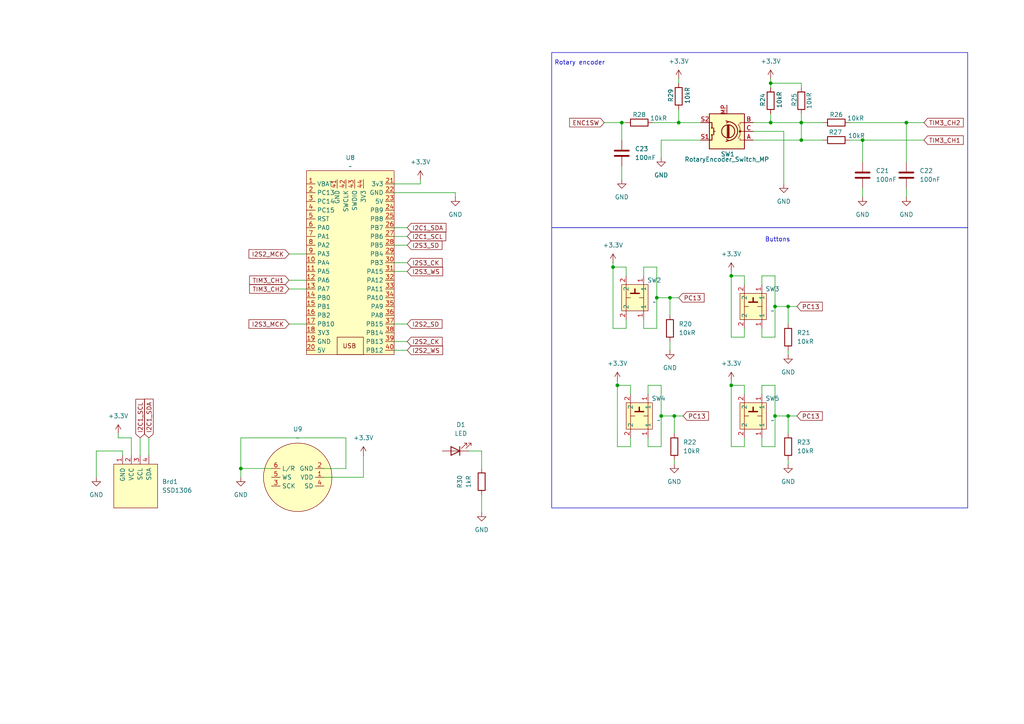
<source format=kicad_sch>
(kicad_sch (version 20231120) (generator "eeschema") (generator_version "8.0")
  (paper "A4")
  (lib_symbols
    (symbol "BlackPillLibrary:SW_PUSH_6mm_H5mm"
      (property "Reference" "SW" (at 0 3.81 0))
      (symbol "SW_PUSH_6mm_H5mm_0_1"
        (polyline (pts (xy -3.81 -3.81) (xy 3.81 -3.81)))
        (polyline (pts (xy -3.81 1.27) (xy 3.81 1.27)))
        (polyline (pts (xy 0 -3.81) (xy 0 -2.54)))
        (polyline (pts (xy 0 1.27) (xy 0 0)))
      )
      (symbol "SW_PUSH_6mm_H5mm_1_1"
        (rectangle (start -3.81 2.54) (end 3.81 -5.08) (fill (type background)))
        (polyline (pts (xy -2.54 -1.27) (xy -1.27 -1.27) (xy -1.27 0) (xy -1.27 -2.54)) (stroke (width 0.381)))
        (pin passive line (at -6.35 1.27 0) (length 2.54) (name "1") (number "1"))
        (pin passive line (at 6.35 1.27 180) (length 2.54) (name "1") (number "1"))
        (pin passive line (at -6.35 -3.81 0) (length 2.54) (name "2") (number "2"))
        (pin passive line (at 6.35 -3.81 180) (length 2.54) (name "2") (number "2"))
      )
    )
    (symbol "Device:C" (pin_numbers hide) (pin_names (offset 0.254))
      (property "Reference" "C" (at 0.635 2.54 0))
      (property "Value" "C" (at 0.635 -2.54 0))
      (symbol "C_0_1"
        (polyline (pts (xy -2.032 -0.762) (xy 2.032 -0.762)) (stroke (width 0.508)))
        (polyline (pts (xy -2.032 0.762) (xy 2.032 0.762)) (stroke (width 0.508)))
      )
      (symbol "C_1_1"
        (pin passive line (at 0 3.81 270) (length 2.794) (name "~") (number "1"))
        (pin passive line (at 0 -3.81 90) (length 2.794) (name "~") (number "2"))
      )
    )
    (symbol "Device:LED" (pin_numbers hide) (pin_names (offset 1.016) hide)
      (property "Reference" "D" (at 0 2.54 0))
      (property "Value" "LED" (at 0 -2.54 0))
      (symbol "LED_0_1"
        (polyline (pts (xy -1.27 -1.27) (xy -1.27 1.27)) (stroke (width 0.254)))
        (polyline (pts (xy -1.27 0) (xy 1.27 0)))
        (polyline (pts (xy 1.27 -1.27) (xy 1.27 1.27) (xy -1.27 0) (xy 1.27 -1.27)) (stroke (width 0.254)))
        (polyline (pts (xy -3.048 -0.762) (xy -4.572 -2.286) (xy -3.81 -2.286) (xy -4.572 -2.286) (xy -4.572 -1.524)))
        (polyline (pts (xy -1.778 -0.762) (xy -3.302 -2.286) (xy -2.54 -2.286) (xy -3.302 -2.286) (xy -3.302 -1.524)))
      )
      (symbol "LED_1_1"
        (pin passive line (at -3.81 0 0) (length 2.54) (name "K") (number "1"))
        (pin passive line (at 3.81 0 180) (length 2.54) (name "A") (number "2"))
      )
    )
    (symbol "Device:R" (pin_numbers hide) (pin_names (offset 0))
      (property "Reference" "R" (at 2.032 0 90))
      (property "Value" "R" (at 0 0 90))
      (symbol "R_0_1"
        (rectangle (start -1.016 -2.54) (end 1.016 2.54) (stroke (width 0.254)))
      )
      (symbol "R_1_1"
        (pin passive line (at 0 3.81 270) (length 1.27) (name "~") (number "1"))
        (pin passive line (at 0 -3.81 90) (length 1.27) (name "~") (number "2"))
      )
    )
    (symbol "Device:RotaryEncoder_Switch_MP" (pin_names (offset 0.254) hide)
      (property "Reference" "SW" (at 0 8.89 0))
      (property "Value" "RotaryEncoder_Switch_MP" (at 0 6.35 0))
      (symbol "RotaryEncoder_Switch_MP_0_1"
        (rectangle (start -5.08 5.08) (end 5.08 -5.08) (stroke (width 0.254)) (fill (type background)))
        (circle (center -3.81 0) (radius 0.254) (fill (type outline)))
        (circle (center -0.381 0) (radius 1.905) (stroke (width 0.254)))
        (arc (start -0.381 2.667) (mid -3.0988 -0.0635) (end -0.381 -2.794) (stroke (width 0.254)))
        (polyline (pts (xy -0.635 -1.778) (xy -0.635 1.778)) (stroke (width 0.254)))
        (polyline (pts (xy -0.381 -1.778) (xy -0.381 1.778)) (stroke (width 0.254)))
        (polyline (pts (xy -0.127 1.778) (xy -0.127 -1.778)) (stroke (width 0.254)))
        (polyline (pts (xy 3.81 0) (xy 3.429 0)) (stroke (width 0.254)))
        (polyline (pts (xy 3.81 1.016) (xy 3.81 -1.016)) (stroke (width 0.254)))
        (polyline (pts (xy -5.08 -2.54) (xy -3.81 -2.54) (xy -3.81 -2.032)))
        (polyline (pts (xy -5.08 2.54) (xy -3.81 2.54) (xy -3.81 2.032)))
        (polyline (pts (xy 0.254 -3.048) (xy -0.508 -2.794) (xy 0.127 -2.413)) (stroke (width 0.254)))
        (polyline (pts (xy 0.254 2.921) (xy -0.508 2.667) (xy 0.127 2.286)) (stroke (width 0.254)))
        (polyline (pts (xy 5.08 -2.54) (xy 4.318 -2.54) (xy 4.318 -1.016)) (stroke (width 0.254)))
        (polyline (pts (xy 5.08 2.54) (xy 4.318 2.54) (xy 4.318 1.016)) (stroke (width 0.254)))
        (polyline (pts (xy -5.08 0) (xy -3.81 0) (xy -3.81 -1.016) (xy -3.302 -2.032)))
        (polyline (pts (xy -4.318 0) (xy -3.81 0) (xy -3.81 1.016) (xy -3.302 2.032)))
        (circle (center 4.318 -1.016) (radius 0.127) (stroke (width 0.254)))
        (circle (center 4.318 1.016) (radius 0.127) (stroke (width 0.254)))
      )
      (symbol "RotaryEncoder_Switch_MP_1_1"
        (pin passive line (at -7.62 2.54 0) (length 2.54) (name "A") (number "A"))
        (pin passive line (at -7.62 -2.54 0) (length 2.54) (name "B") (number "B"))
        (pin passive line (at -7.62 0 0) (length 2.54) (name "C") (number "C"))
        (pin passive line (at 0 -7.62 90) (length 2.54) (name "MP") (number "MP"))
        (pin passive line (at 7.62 2.54 180) (length 2.54) (name "S1") (number "S1"))
        (pin passive line (at 7.62 -2.54 180) (length 2.54) (name "S2") (number "S2"))
      )
    )
    (symbol "power:+3.3V" (power) (pin_numbers hide) (pin_names (offset 0) hide)
      (property "Value" "+3.3V" (at 0 3.556 0))
      (symbol "+3.3V_0_1"
        (polyline (pts (xy -0.762 1.27) (xy 0 2.54)))
        (polyline (pts (xy 0 0) (xy 0 2.54)))
        (polyline (pts (xy 0 2.54) (xy 0.762 1.27)))
      )
      (symbol "+3.3V_1_1"
        (pin power_in line (at 0 0 90) (length 0) (name "~") (number "1"))
      )
    )
    (symbol "power:GND" (power) (pin_numbers hide) (pin_names (offset 0) hide)
      (property "Value" "GND" (at 0 -3.81 0))
      (symbol "GND_0_1"
        (polyline (pts (xy 0 0) (xy 0 -1.27) (xy 1.27 -1.27) (xy 0 -2.54) (xy -1.27 -1.27) (xy 0 -1.27)))
      )
      (symbol "GND_1_1"
        (pin power_in line (at 0 0 270) (length 0) (name "~") (number "1"))
      )
    )
    (symbol "stm32f401_pcm5102_shiled_lib:SSD1306" (pin_names (offset 1.016))
      (property "Reference" "Brd" (at 0 -3.81 0))
      (property "Value" "SSD1306" (at 0 -1.27 0))
      (symbol "SSD1306_0_1"
        (rectangle (start -6.35 6.35) (end 6.35 -6.35) (fill (type background)))
      )
      (symbol "SSD1306_1_1"
        (pin input line (at -3.81 8.89 270) (length 2.54) (name "GND") (number "1"))
        (pin input line (at -1.27 8.89 270) (length 2.54) (name "VCC") (number "2"))
        (pin input line (at 1.27 8.89 270) (length 2.54) (name "SCL") (number "3"))
        (pin input line (at 3.81 8.89 270) (length 2.54) (name "SDA") (number "4"))
      )
    )
    (symbol "stm32f401_pcm5102_shiled_lib:inmp441"
      (property "Reference" "U" (at -0.762 6.096 0))
      (symbol "inmp441_0_1"
        (circle (center 0 0) (radius 9.919) (fill (type background)))
      )
      (symbol "inmp441_1_1"
        (pin input line (at 7.62 0 180) (length 2.54) (name "VDD") (number "1"))
        (pin input line (at 7.62 2.54 180) (length 2.54) (name "GND") (number "2"))
        (pin input line (at -7.62 -2.54 0) (length 2.54) (name "SCK") (number "3"))
        (pin output line (at 7.62 -2.54 180) (length 2.54) (name "SD") (number "4"))
        (pin input line (at -7.62 0 0) (length 2.54) (name "WS") (number "5"))
        (pin input line (at -7.62 2.54 0) (length 2.54) (name "L/R") (number "6"))
      )
    )
    (symbol "stm32f401_pcm5102_shiled_lib:stm32f411_blackpill"
      (property "Reference" "U" (at 15.24 5.08 0))
      (symbol "stm32f411_blackpill_0_1"
        (rectangle (start 1.27 -44.45) (end 8.89 -49.53))
      )
      (symbol "stm32f411_blackpill_1_1"
        (rectangle (start -7.62 3.81) (end 17.78 -49.53) (fill (type background)))
        (text "USB" (at 4.826 -46.99 0) (effects (font (size 1.27 1.27))))
        (pin passive line (at -7.62 0 0) (length 2.54) (name "VBAT") (number "1"))
        (pin passive line (at -7.62 -22.86 0) (length 2.54) (name "PA4") (number "10"))
        (pin passive line (at -7.62 -25.4 0) (length 2.54) (name "PA5") (number "11"))
        (pin passive line (at -7.62 -27.94 0) (length 2.54) (name "PA6") (number "12"))
        (pin passive line (at -7.62 -30.48 0) (length 2.54) (name "PA7") (number "13"))
        (pin passive line (at -7.62 -33.02 0) (length 2.54) (name "PB0") (number "14"))
        (pin passive line (at -7.62 -35.56 0) (length 2.54) (name "PB1") (number "15"))
        (pin passive line (at -7.62 -38.1 0) (length 2.54) (name "PB2") (number "16"))
        (pin passive line (at -7.62 -40.64 0) (length 2.54) (name "PB10") (number "17"))
        (pin passive line (at -7.62 -43.18 0) (length 2.54) (name "3V3") (number "18"))
        (pin passive line (at -7.62 -45.72 0) (length 2.54) (name "GND") (number "19"))
        (pin passive line (at -7.62 -2.54 0) (length 2.54) (name "PC13") (number "2"))
        (pin passive line (at -7.62 -48.26 0) (length 2.54) (name "5V") (number "20"))
        (pin passive line (at 17.78 0 180) (length 2.54) (name "3v3") (number "21"))
        (pin passive line (at 17.78 -2.54 180) (length 2.54) (name "GND") (number "22"))
        (pin passive line (at 17.78 -5.08 180) (length 2.54) (name "5V") (number "23"))
        (pin passive line (at 17.78 -7.62 180) (length 2.54) (name "PB9") (number "24"))
        (pin passive line (at 17.78 -10.16 180) (length 2.54) (name "PB8") (number "25"))
        (pin passive line (at 17.78 -12.7 180) (length 2.54) (name "PB7") (number "26"))
        (pin passive line (at 17.78 -15.24 180) (length 2.54) (name "PB6") (number "27"))
        (pin passive line (at 17.78 -17.78 180) (length 2.54) (name "PB5") (number "28"))
        (pin passive line (at 17.78 -20.32 180) (length 2.54) (name "PB4") (number "29"))
        (pin passive line (at -7.62 -5.08 0) (length 2.54) (name "PC14") (number "3"))
        (pin passive line (at 17.78 -22.86 180) (length 2.54) (name "PB3") (number "30"))
        (pin passive line (at 17.78 -25.4 180) (length 2.54) (name "PA15") (number "31"))
        (pin passive line (at 17.78 -27.94 180) (length 2.54) (name "PA12") (number "32"))
        (pin passive line (at 17.78 -30.48 180) (length 2.54) (name "PA11") (number "33"))
        (pin passive line (at 17.78 -33.02 180) (length 2.54) (name "PA10") (number "34"))
        (pin passive line (at 17.78 -35.56 180) (length 2.54) (name "PA9") (number "35"))
        (pin passive line (at 17.78 -38.1 180) (length 2.54) (name "PA8") (number "36"))
        (pin passive line (at 17.78 -40.64 180) (length 2.54) (name "PB15") (number "37"))
        (pin passive line (at 17.78 -43.18 180) (length 2.54) (name "PB14") (number "38"))
        (pin passive line (at 17.78 -45.72 180) (length 2.54) (name "PB13") (number "39"))
        (pin passive line (at -7.62 -7.62 0) (length 2.54) (name "PC15") (number "4"))
        (pin passive line (at 17.78 -48.26 180) (length 2.54) (name "PB12") (number "40"))
        (pin passive line (at 1.27 1.27 270) (length 2.54) (name "GND") (number "41"))
        (pin passive line (at 3.81 1.27 270) (length 2.54) (name "SWCLK") (number "42"))
        (pin passive line (at 6.35 1.27 270) (length 2.54) (name "SWDIO") (number "43"))
        (pin passive line (at 8.89 1.27 270) (length 2.54) (name "3V3") (number "44"))
        (pin passive line (at -7.62 -10.16 0) (length 2.54) (name "RST") (number "5"))
        (pin passive line (at -7.62 -12.7 0) (length 2.54) (name "PA0") (number "6"))
        (pin passive line (at -7.62 -15.24 0) (length 2.54) (name "PA1") (number "7"))
        (pin passive line (at -7.62 -17.78 0) (length 2.54) (name "PA2") (number "8"))
        (pin passive line (at -7.62 -20.32 0) (length 2.54) (name "PA3") (number "9"))
      )
    )
  )
  (junction (at 228.6 88.9))
  (junction (at 194.31 86.36))
  (junction (at 195.58 120.65))
  (junction (at 224.79 88.9))
  (junction (at 177.8 77.47))
  (junction (at 223.52 24.13))
  (junction (at 224.79 120.65))
  (junction (at 223.52 35.56))
  (junction (at 190.5 86.36))
  (junction (at 191.77 120.65))
  (junction (at 232.41 35.56))
  (junction (at 212.09 80.01))
  (junction (at 69.85 135.89))
  (junction (at 228.6 120.65))
  (junction (at 262.89 35.56))
  (junction (at 196.85 35.56))
  (junction (at 180.34 35.56))
  (junction (at 232.41 40.64))
  (junction (at 250.19 40.64))
  (junction (at 179.07 111.76))
  (junction (at 212.09 111.76))
  (wire (pts (xy 34.29 125.73) (xy 34.29 127)))
  (wire (pts (xy 262.89 54.61) (xy 262.89 57.15)))
  (wire (pts (xy 191.77 120.65) (xy 195.58 120.65)))
  (wire (pts (xy 218.44 35.56) (xy 223.52 35.56)))
  (wire (pts (xy 220.98 97.79) (xy 220.98 95.25)))
  (wire (pts (xy 187.96 129.54) (xy 187.96 127)))
  (wire (pts (xy 105.41 138.43) (xy 105.41 132.08)))
  (wire (pts (xy 100.33 135.89) (xy 100.33 127)))
  (wire (pts (xy 114.3 99.06) (xy 118.11 99.06)))
  (wire (pts (xy 83.82 93.98) (xy 88.9 93.98)))
  (wire (pts (xy 179.07 111.76) (xy 179.07 129.54)))
  (wire (pts (xy 177.8 76.2) (xy 177.8 77.47)))
  (wire (pts (xy 177.8 95.25) (xy 181.61 95.25)))
  (wire (pts (xy 190.5 95.25) (xy 186.69 95.25)))
  (wire (pts (xy 212.09 80.01) (xy 212.09 97.79)))
  (wire (pts (xy 132.08 55.88) (xy 132.08 57.15)))
  (wire (pts (xy 246.38 35.56) (xy 262.89 35.56)))
  (wire (pts (xy 182.88 127) (xy 182.88 129.54)))
  (wire (pts (xy 218.44 38.1) (xy 227.33 38.1)))
  (wire (pts (xy 139.7 130.81) (xy 139.7 135.89)))
  (wire (pts (xy 182.88 111.76) (xy 179.07 111.76)))
  (wire (pts (xy 224.79 88.9) (xy 228.6 88.9)))
  (wire (pts (xy 228.6 101.6) (xy 228.6 102.87)))
  (wire (pts (xy 38.1 127) (xy 38.1 132.08)))
  (wire (pts (xy 35.56 130.81) (xy 27.94 130.81)))
  (wire (pts (xy 212.09 97.79) (xy 215.9 97.79)))
  (wire (pts (xy 212.09 111.76) (xy 212.09 129.54)))
  (wire (pts (xy 194.31 86.36) (xy 196.85 86.36)))
  (wire (pts (xy 181.61 35.56) (xy 180.34 35.56)))
  (wire (pts (xy 179.07 110.49) (xy 179.07 111.76)))
  (wire (pts (xy 40.64 127) (xy 40.64 132.08)))
  (wire (pts (xy 232.41 24.13) (xy 223.52 24.13)))
  (wire (pts (xy 190.5 86.36) (xy 194.31 86.36)))
  (wire (pts (xy 177.8 77.47) (xy 177.8 95.25)))
  (wire (pts (xy 135.89 130.81) (xy 139.7 130.81)))
  (wire (pts (xy 181.61 92.71) (xy 181.61 95.25)))
  (wire (pts (xy 186.69 80.01) (xy 186.69 77.47)))
  (wire (pts (xy 228.6 88.9) (xy 231.14 88.9)))
  (wire (pts (xy 250.19 40.64) (xy 250.19 46.99)))
  (wire (pts (xy 227.33 38.1) (xy 227.33 53.34)))
  (wire (pts (xy 228.6 120.65) (xy 228.6 125.73)))
  (wire (pts (xy 215.9 114.3) (xy 215.9 111.76)))
  (wire (pts (xy 191.77 111.76) (xy 191.77 120.65)))
  (wire (pts (xy 27.94 130.81) (xy 27.94 138.43)))
  (wire (pts (xy 35.56 132.08) (xy 35.56 130.81)))
  (wire (pts (xy 121.92 53.34) (xy 121.92 52.07)))
  (wire (pts (xy 196.85 22.86) (xy 196.85 24.13)))
  (wire (pts (xy 250.19 54.61) (xy 250.19 57.15)))
  (wire (pts (xy 224.79 120.65) (xy 228.6 120.65)))
  (wire (pts (xy 232.41 35.56) (xy 232.41 33.02)))
  (wire (pts (xy 194.31 99.06) (xy 194.31 101.6)))
  (wire (pts (xy 262.89 35.56) (xy 262.89 46.99)))
  (wire (pts (xy 114.3 93.98) (xy 118.11 93.98)))
  (wire (pts (xy 232.41 40.64) (xy 232.41 35.56)))
  (wire (pts (xy 190.5 86.36) (xy 190.5 95.25)))
  (wire (pts (xy 224.79 111.76) (xy 224.79 120.65)))
  (wire (pts (xy 187.96 114.3) (xy 187.96 111.76)))
  (wire (pts (xy 181.61 80.01) (xy 181.61 77.47)))
  (wire (pts (xy 139.7 143.51) (xy 139.7 148.59)))
  (wire (pts (xy 220.98 129.54) (xy 220.98 127)))
  (wire (pts (xy 220.98 82.55) (xy 220.98 80.01)))
  (wire (pts (xy 220.98 114.3) (xy 220.98 111.76)))
  (wire (pts (xy 100.33 127) (xy 69.85 127)))
  (wire (pts (xy 69.85 135.89) (xy 78.74 135.89)))
  (wire (pts (xy 93.98 135.89) (xy 100.33 135.89)))
  (wire (pts (xy 232.41 40.64) (xy 238.76 40.64)))
  (wire (pts (xy 223.52 22.86) (xy 223.52 24.13)))
  (wire (pts (xy 83.82 73.66) (xy 88.9 73.66)))
  (wire (pts (xy 250.19 40.64) (xy 267.97 40.64)))
  (wire (pts (xy 203.2 40.64) (xy 191.77 40.64)))
  (wire (pts (xy 189.23 35.56) (xy 196.85 35.56)))
  (wire (pts (xy 212.09 78.74) (xy 212.09 80.01)))
  (wire (pts (xy 179.07 129.54) (xy 182.88 129.54)))
  (wire (pts (xy 114.3 71.12) (xy 118.11 71.12)))
  (wire (pts (xy 220.98 80.01) (xy 224.79 80.01)))
  (wire (pts (xy 114.3 68.58) (xy 118.11 68.58)))
  (wire (pts (xy 114.3 55.88) (xy 132.08 55.88)))
  (wire (pts (xy 114.3 53.34) (xy 121.92 53.34)))
  (wire (pts (xy 114.3 78.74) (xy 118.11 78.74)))
  (wire (pts (xy 215.9 127) (xy 215.9 129.54)))
  (wire (pts (xy 232.41 25.4) (xy 232.41 24.13)))
  (wire (pts (xy 190.5 77.47) (xy 190.5 86.36)))
  (wire (pts (xy 191.77 120.65) (xy 191.77 129.54)))
  (wire (pts (xy 215.9 111.76) (xy 212.09 111.76)))
  (wire (pts (xy 114.3 66.04) (xy 118.11 66.04)))
  (wire (pts (xy 215.9 82.55) (xy 215.9 80.01)))
  (wire (pts (xy 224.79 88.9) (xy 224.79 97.79)))
  (wire (pts (xy 83.82 83.82) (xy 88.9 83.82)))
  (wire (pts (xy 220.98 111.76) (xy 224.79 111.76)))
  (wire (pts (xy 195.58 120.65) (xy 198.12 120.65)))
  (wire (pts (xy 228.6 88.9) (xy 228.6 93.98)))
  (wire (pts (xy 196.85 31.75) (xy 196.85 35.56)))
  (wire (pts (xy 195.58 120.65) (xy 195.58 125.73)))
  (wire (pts (xy 175.26 35.56) (xy 180.34 35.56)))
  (wire (pts (xy 69.85 135.89) (xy 69.85 138.43)))
  (wire (pts (xy 224.79 129.54) (xy 220.98 129.54)))
  (wire (pts (xy 195.58 133.35) (xy 195.58 134.62)))
  (wire (pts (xy 232.41 35.56) (xy 238.76 35.56)))
  (wire (pts (xy 228.6 120.65) (xy 231.14 120.65)))
  (wire (pts (xy 212.09 129.54) (xy 215.9 129.54)))
  (wire (pts (xy 218.44 40.64) (xy 232.41 40.64)))
  (wire (pts (xy 223.52 24.13) (xy 223.52 25.4)))
  (wire (pts (xy 114.3 76.2) (xy 118.11 76.2)))
  (wire (pts (xy 34.29 127) (xy 38.1 127)))
  (wire (pts (xy 224.79 120.65) (xy 224.79 129.54)))
  (wire (pts (xy 186.69 95.25) (xy 186.69 92.71)))
  (wire (pts (xy 246.38 40.64) (xy 250.19 40.64)))
  (wire (pts (xy 194.31 86.36) (xy 194.31 91.44)))
  (wire (pts (xy 262.89 35.56) (xy 267.97 35.56)))
  (wire (pts (xy 212.09 110.49) (xy 212.09 111.76)))
  (wire (pts (xy 215.9 80.01) (xy 212.09 80.01)))
  (wire (pts (xy 191.77 40.64) (xy 191.77 45.72)))
  (wire (pts (xy 43.18 127) (xy 43.18 132.08)))
  (wire (pts (xy 83.82 81.28) (xy 88.9 81.28)))
  (wire (pts (xy 228.6 133.35) (xy 228.6 134.62)))
  (wire (pts (xy 181.61 77.47) (xy 177.8 77.47)))
  (wire (pts (xy 215.9 95.25) (xy 215.9 97.79)))
  (wire (pts (xy 114.3 101.6) (xy 118.11 101.6)))
  (wire (pts (xy 191.77 129.54) (xy 187.96 129.54)))
  (wire (pts (xy 196.85 35.56) (xy 203.2 35.56)))
  (wire (pts (xy 223.52 35.56) (xy 223.52 33.02)))
  (wire (pts (xy 186.69 77.47) (xy 190.5 77.47)))
  (wire (pts (xy 223.52 35.56) (xy 232.41 35.56)))
  (wire (pts (xy 93.98 138.43) (xy 105.41 138.43)))
  (wire (pts (xy 224.79 97.79) (xy 220.98 97.79)))
  (wire (pts (xy 69.85 127) (xy 69.85 135.89)))
  (wire (pts (xy 187.96 111.76) (xy 191.77 111.76)))
  (wire (pts (xy 180.34 48.26) (xy 180.34 52.07)))
  (wire (pts (xy 182.88 114.3) (xy 182.88 111.76)))
  (wire (pts (xy 224.79 80.01) (xy 224.79 88.9)))
  (wire (pts (xy 180.34 35.56) (xy 180.34 40.64)))
  (rectangle (start 160.02 15.24) (end 280.67 66.04))
  (rectangle (start 160.02 66.04) (end 280.67 147.32))
  (text "Rotary encoder" (at 168.148 18.288 0) (effects (font (size 1.27 1.27))))
  (text "Buttons" (at 225.552 69.596 0) (effects (font (size 1.27 1.27))))
  (global_label "I2S2_MCK" (shape input) (at 83.82 73.66 180) (property "Intersheetrefs" "${INTERSHEET_REFS}" (effects (hide yes))))
  (global_label "PC13" (shape input) (at 198.12 120.65 0) (property "Intersheetrefs" "${INTERSHEET_REFS}" (effects (hide yes))))
  (global_label "I2S3_SD" (shape input) (at 118.11 71.12 0) (property "Intersheetrefs" "${INTERSHEET_REFS}" (effects (hide yes))))
  (global_label "I2S3_WS" (shape input) (at 118.11 78.74 0) (property "Intersheetrefs" "${INTERSHEET_REFS}" (effects (hide yes))))
  (global_label "I2C1_SDA" (shape input) (at 43.18 127 90) (property "Intersheetrefs" "${INTERSHEET_REFS}" (effects (hide yes))))
  (global_label "TIM3_CH1" (shape input) (at 267.97 40.64 0) (property "Intersheetrefs" "${INTERSHEET_REFS}" (effects (hide yes))))
  (global_label "TIM3_CH2" (shape input) (at 83.82 83.82 180) (property "Intersheetrefs" "${INTERSHEET_REFS}" (effects (hide yes))))
  (global_label "TIM3_CH2" (shape input) (at 267.97 35.56 0) (property "Intersheetrefs" "${INTERSHEET_REFS}" (effects (hide yes))))
  (global_label "I2C1_SCL" (shape input) (at 40.64 127 90) (property "Intersheetrefs" "${INTERSHEET_REFS}" (effects (hide yes))))
  (global_label "I2S3_MCK" (shape input) (at 83.82 93.98 180) (property "Intersheetrefs" "${INTERSHEET_REFS}" (effects (hide yes))))
  (global_label "ENC1SW" (shape input) (at 175.26 35.56 180) (property "Intersheetrefs" "${INTERSHEET_REFS}" (effects (hide yes))))
  (global_label "PC13" (shape input) (at 196.85 86.36 0) (property "Intersheetrefs" "${INTERSHEET_REFS}" (effects (hide yes))))
  (global_label "I2S3_CK" (shape input) (at 118.11 76.2 0) (property "Intersheetrefs" "${INTERSHEET_REFS}" (effects (hide yes))))
  (global_label "PC13" (shape input) (at 231.14 88.9 0) (property "Intersheetrefs" "${INTERSHEET_REFS}" (effects (hide yes))))
  (global_label "I2S2_CK" (shape input) (at 118.11 99.06 0) (property "Intersheetrefs" "${INTERSHEET_REFS}" (effects (hide yes))))
  (global_label "I2S2_WS" (shape input) (at 118.11 101.6 0) (property "Intersheetrefs" "${INTERSHEET_REFS}" (effects (hide yes))))
  (global_label "PC13" (shape input) (at 231.14 120.65 0) (property "Intersheetrefs" "${INTERSHEET_REFS}" (effects (hide yes))))
  (global_label "I2S2_SD" (shape input) (at 118.11 93.98 0) (property "Intersheetrefs" "${INTERSHEET_REFS}" (effects (hide yes))))
  (global_label "TIM3_CH1" (shape input) (at 83.82 81.28 180) (property "Intersheetrefs" "${INTERSHEET_REFS}" (effects (hide yes))))
  (global_label "I2C1_SCL" (shape input) (at 118.11 68.58 0) (property "Intersheetrefs" "${INTERSHEET_REFS}" (effects (hide yes))))
  (global_label "I2C1_SDA" (shape input) (at 118.11 66.04 0) (property "Intersheetrefs" "${INTERSHEET_REFS}" (effects (hide yes))))
  (symbol (lib_id "power:+3.3V") (at 196.85 22.86 0) (unit 1)
    (property "Reference" "#PWR055" (effects (hide yes)))
    (property "Value" "+3.3V" (at 196.85 17.78 0))
    (property "Description" "Power symbol creates a global label with name \"+3.3V\"" (effects (hide yes)))
  )
  (symbol (lib_id "power:GND") (at 132.08 57.15 0) (unit 1)
    (property "Reference" "#PWR062" (effects (hide yes)))
    (property "Value" "GND" (at 132.08 62.23 0))
    (property "Description" "Power symbol creates a global label with name \"GND\" , ground" (effects (hide yes)))
  )
  (symbol (lib_id "power:GND") (at 194.31 101.6 0) (unit 1)
    (property "Reference" "#PWR042" (effects (hide yes)))
    (property "Value" "GND" (at 194.31 106.68 0))
    (property "Description" "Power symbol creates a global label with name \"GND\" , ground" (effects (hide yes)))
  )
  (symbol (lib_id "Device:R") (at 139.7 139.7 0) (unit 1)
    (property "Reference" "R30" (at 133.35 139.7 90))
    (property "Value" "1kR" (at 135.89 139.7 90))
    (property "Footprint" "Resistor_SMD:R_0805_2012Metric" (effects (hide yes)))
    (property "LCSC link" "https://www.lcsc.com/product-detail/Chip-Resistor-Surface-Mount_UNI-ROYAL-Uniroyal-Elec-0805W8F100JT5E_C17415.html" (effects (hide yes)))
    (property "Manufacturer" "UNI-ROYAL(Uniroyal Elec)" (effects (hide yes)))
    (property "Manufacturer Part Number" "0805W8F100JT5E" (effects (hide yes)))
  )
  (symbol (lib_id "power:+3.3V") (at 212.09 78.74 0) (unit 1)
    (property "Reference" "#PWR043" (effects (hide yes)))
    (property "Value" "+3.3V" (at 212.09 73.66 0))
    (property "Description" "Power symbol creates a global label with name \"+3.3V\"" (effects (hide yes)))
  )
  (symbol (lib_id "Device:R") (at 194.31 95.25 0) (unit 1)
    (property "Reference" "R20" (at 196.85 93.9799 0) (effects (justify left)))
    (property "Value" "10kR" (at 196.85 96.5199 0) (effects (justify left)))
    (property "Footprint" "Resistor_SMD:R_0402_1005Metric" (effects (hide yes)))
    (property "Description" "Resistor" (effects (hide yes)))
    (property "DigiKey Part Number" "1276-3431-6-ND" (effects (hide yes)))
    (property "Manufacturer" "UNI-ROYAL(Uniroyal Elec)" (effects (hide yes)))
    (property "Manufacturer Product Number" "0402WGF1002TCE" (effects (hide yes)))
  )
  (symbol (lib_name "BlackPillLibrary:SW_PUSH_6mm_H5mm") (lib_id "BlackPillLibrary:SW_PUSH_6mm_H5mm") (at 186.69 120.65 270) (unit 1)
    (property "Reference" "SW4" (at 188.976 115.57 90) (effects (justify left)))
    (property "Value" "~" (at 190.5 121.92 90) (effects (justify left)))
    (property "Footprint" "Button_Switch_THT:SW_PUSH_6mm" (effects (hide yes)))
  )
  (symbol (lib_name "BlackPillLibrary:SW_PUSH_6mm_H5mm") (lib_id "BlackPillLibrary:SW_PUSH_6mm_H5mm") (at 219.71 88.9 270) (unit 1)
    (property "Reference" "SW3" (at 221.996 83.82 90) (effects (justify left)))
    (property "Value" "~" (at 223.52 90.17 90) (effects (justify left)))
    (property "Footprint" "Button_Switch_THT:SW_PUSH_6mm" (effects (hide yes)))
  )
  (symbol (lib_id "power:GND") (at 139.7 148.59 0) (unit 1)
    (property "Reference" "#PWR060" (effects (hide yes)))
    (property "Value" "GND" (at 139.7 153.67 0))
    (property "Description" "Power symbol creates a global label with name \"GND\" , ground" (effects (hide yes)))
  )
  (symbol (lib_id "stm32f401_pcm5102_shiled_lib:stm32f411_blackpill") (at 96.52 53.34 0) (unit 1)
    (property "Reference" "U8" (at 101.6 45.72 0))
    (property "Value" "~" (at 101.6 48.26 0))
    (property "Footprint" "stm32f401_pcm5102_shiled_lib:stm32f411_blackpill" (effects (hide yes)))
  )
  (symbol (lib_id "power:GND") (at 250.19 57.15 0) (unit 1)
    (property "Reference" "#PWR051" (effects (hide yes)))
    (property "Value" "GND" (at 250.19 62.23 0))
    (property "Description" "Power symbol creates a global label with name \"GND\" , ground" (effects (hide yes)))
  )
  (symbol (lib_id "Device:R") (at 242.57 40.64 90) (unit 1)
    (property "Reference" "R27" (at 242.316 38.354 90))
    (property "Value" "10kR" (at 248.412 39.37 90))
    (property "Footprint" "Resistor_SMD:R_0805_2012Metric" (effects (hide yes)))
    (property "LCSC link" "https://www.lcsc.com/product-detail/Chip-Resistor-Surface-Mount_UNI-ROYAL-Uniroyal-Elec-0805W8F100JT5E_C17415.html" (effects (hide yes)))
    (property "Manufacturer" "UNI-ROYAL(Uniroyal Elec)" (effects (hide yes)))
    (property "Manufacturer Part Number" "0805W8F100JT5E" (effects (hide yes)))
  )
  (symbol (lib_id "Device:RotaryEncoder_Switch_MP") (at 210.82 38.1 180) (unit 1)
    (property "Reference" "SW1" (at 211.074 44.704 0))
    (property "Value" "RotaryEncoder_Switch_MP" (at 210.82 46.228 0))
    (property "Footprint" "Rotary_Encoder:RotaryEncoder_Alps_EC12E-Switch_Vertical_H20mm" (effects (hide yes)))
    (property "Description" "Rotary encoder, dual channel, incremental quadrate outputs, with switch and MP Pin" (effects (hide yes)))
  )
  (symbol (lib_id "Device:C") (at 180.34 44.45 0) (unit 1)
    (property "Reference" "C23" (at 184.15 43.18 0) (effects (justify left)))
    (property "Value" "100nF" (at 184.15 45.72 0) (effects (justify left)))
    (property "Footprint" "Capacitor_SMD:C_0805_2012Metric" (effects (hide yes)))
    (property "LCSC link" "https://www.lcsc.com/product-detail/Multilayer-Ceramic-Capacitors-MLCC-SMD-SMT_Samwha-Capacitor-CS2012X5R226M160NRE_C2918507.html" (effects (hide yes)))
    (property "Manufacturer" "Samwha Capacitor" (effects (hide yes)))
    (property "Manufacturer Part Number" "CS2012X5R226M160NRE" (effects (hide yes)))
  )
  (symbol (lib_id "power:+3.3V") (at 34.29 125.73 0) (unit 1)
    (property "Reference" "#PWR056" (effects (hide yes)))
    (property "Value" "+3.3V" (at 34.29 120.65 0))
    (property "Description" "Power symbol creates a global label with name \"+3.3V\"" (effects (hide yes)))
  )
  (symbol (lib_id "Device:R") (at 195.58 129.54 0) (unit 1)
    (property "Reference" "R22" (at 198.12 128.2699 0) (effects (justify left)))
    (property "Value" "10kR" (at 198.12 130.8099 0) (effects (justify left)))
    (property "Footprint" "Resistor_SMD:R_0402_1005Metric" (effects (hide yes)))
    (property "Description" "Resistor" (effects (hide yes)))
    (property "DigiKey Part Number" "1276-3431-6-ND" (effects (hide yes)))
    (property "Manufacturer" "UNI-ROYAL(Uniroyal Elec)" (effects (hide yes)))
    (property "Manufacturer Product Number" "0402WGF1002TCE" (effects (hide yes)))
  )
  (symbol (lib_id "power:GND") (at 69.85 138.43 0) (unit 1)
    (property "Reference" "#PWR059" (effects (hide yes)))
    (property "Value" "GND" (at 69.85 143.51 0))
    (property "Description" "Power symbol creates a global label with name \"GND\" , ground" (effects (hide yes)))
  )
  (symbol (lib_id "Device:R") (at 232.41 29.21 0) (unit 1)
    (property "Reference" "R25" (at 230.378 28.956 90))
    (property "Value" "10kR" (at 234.696 29.21 90))
    (property "Footprint" "Resistor_SMD:R_0805_2012Metric" (effects (hide yes)))
    (property "LCSC link" "https://www.lcsc.com/product-detail/Chip-Resistor-Surface-Mount_UNI-ROYAL-Uniroyal-Elec-0805W8F100JT5E_C17415.html" (effects (hide yes)))
    (property "Manufacturer" "UNI-ROYAL(Uniroyal Elec)" (effects (hide yes)))
    (property "Manufacturer Part Number" "0805W8F100JT5E" (effects (hide yes)))
  )
  (symbol (lib_id "power:+3.3V") (at 212.09 110.49 0) (unit 1)
    (property "Reference" "#PWR047" (effects (hide yes)))
    (property "Value" "+3.3V" (at 212.09 105.41 0))
    (property "Description" "Power symbol creates a global label with name \"+3.3V\"" (effects (hide yes)))
  )
  (symbol (lib_id "Device:R") (at 196.85 27.94 0) (unit 1)
    (property "Reference" "R29" (at 194.564 27.686 90))
    (property "Value" "10kR" (at 199.39 27.686 90))
    (property "Footprint" "Resistor_SMD:R_0805_2012Metric" (effects (hide yes)))
    (property "LCSC link" "https://www.lcsc.com/product-detail/Chip-Resistor-Surface-Mount_UNI-ROYAL-Uniroyal-Elec-0805W8F100JT5E_C17415.html" (effects (hide yes)))
    (property "Manufacturer" "UNI-ROYAL(Uniroyal Elec)" (effects (hide yes)))
    (property "Manufacturer Part Number" "0805W8F100JT5E" (effects (hide yes)))
  )
  (symbol (lib_id "Device:C") (at 250.19 50.8 0) (unit 1)
    (property "Reference" "C21" (at 254 49.53 0) (effects (justify left)))
    (property "Value" "100nF" (at 254 52.07 0) (effects (justify left)))
    (property "Footprint" "Capacitor_SMD:C_0805_2012Metric" (effects (hide yes)))
    (property "LCSC link" "https://www.lcsc.com/product-detail/Multilayer-Ceramic-Capacitors-MLCC-SMD-SMT_Samwha-Capacitor-CS2012X5R226M160NRE_C2918507.html" (effects (hide yes)))
    (property "Manufacturer" "Samwha Capacitor" (effects (hide yes)))
    (property "Manufacturer Part Number" "CS2012X5R226M160NRE" (effects (hide yes)))
  )
  (symbol (lib_id "power:GND") (at 228.6 102.87 0) (unit 1)
    (property "Reference" "#PWR044" (effects (hide yes)))
    (property "Value" "GND" (at 228.6 107.95 0))
    (property "Description" "Power symbol creates a global label with name \"GND\" , ground" (effects (hide yes)))
  )
  (symbol (lib_id "power:GND") (at 195.58 134.62 0) (unit 1)
    (property "Reference" "#PWR046" (effects (hide yes)))
    (property "Value" "GND" (at 195.58 139.7 0))
    (property "Description" "Power symbol creates a global label with name \"GND\" , ground" (effects (hide yes)))
  )
  (symbol (lib_id "power:+3.3V") (at 179.07 110.49 0) (unit 1)
    (property "Reference" "#PWR045" (effects (hide yes)))
    (property "Value" "+3.3V" (at 179.07 105.41 0))
    (property "Description" "Power symbol creates a global label with name \"+3.3V\"" (effects (hide yes)))
  )
  (symbol (lib_id "Device:R") (at 185.42 35.56 270) (unit 1)
    (property "Reference" "R28" (at 185.42 33.274 90))
    (property "Value" "10kR" (at 191.008 34.29 90))
    (property "Footprint" "Resistor_SMD:R_0805_2012Metric" (effects (hide yes)))
    (property "LCSC link" "https://www.lcsc.com/product-detail/Chip-Resistor-Surface-Mount_UNI-ROYAL-Uniroyal-Elec-0805W8F100JT5E_C17415.html" (effects (hide yes)))
    (property "Manufacturer" "UNI-ROYAL(Uniroyal Elec)" (effects (hide yes)))
    (property "Manufacturer Part Number" "0805W8F100JT5E" (effects (hide yes)))
  )
  (symbol (lib_id "power:+3.3V") (at 121.92 52.07 0) (unit 1)
    (property "Reference" "#PWR061" (effects (hide yes)))
    (property "Value" "+3.3V" (at 121.92 46.99 0))
    (property "Description" "Power symbol creates a global label with name \"+3.3V\"" (effects (hide yes)))
  )
  (symbol (lib_id "power:GND") (at 191.77 45.72 0) (unit 1)
    (property "Reference" "#PWR053" (effects (hide yes)))
    (property "Value" "GND" (at 191.77 50.8 0))
    (property "Description" "Power symbol creates a global label with name \"GND\" , ground" (effects (hide yes)))
  )
  (symbol (lib_id "power:GND") (at 262.89 57.15 0) (unit 1)
    (property "Reference" "#PWR052" (effects (hide yes)))
    (property "Value" "GND" (at 262.89 62.23 0))
    (property "Description" "Power symbol creates a global label with name \"GND\" , ground" (effects (hide yes)))
  )
  (symbol (lib_id "power:GND") (at 180.34 52.07 0) (unit 1)
    (property "Reference" "#PWR054" (effects (hide yes)))
    (property "Value" "GND" (at 180.34 57.15 0))
    (property "Description" "Power symbol creates a global label with name \"GND\" , ground" (effects (hide yes)))
  )
  (symbol (lib_name "BlackPillLibrary:SW_PUSH_6mm_H5mm") (lib_id "BlackPillLibrary:SW_PUSH_6mm_H5mm") (at 185.42 86.36 270) (unit 1)
    (property "Reference" "SW2" (at 187.706 81.28 90) (effects (justify left)))
    (property "Value" "~" (at 189.23 87.63 90) (effects (justify left)))
    (property "Footprint" "Button_Switch_THT:SW_PUSH_6mm" (effects (hide yes)))
  )
  (symbol (lib_id "power:+3.3V") (at 223.52 22.86 0) (unit 1)
    (property "Reference" "#PWR050" (effects (hide yes)))
    (property "Value" "+3.3V" (at 223.52 17.78 0))
    (property "Description" "Power symbol creates a global label with name \"+3.3V\"" (effects (hide yes)))
  )
  (symbol (lib_id "power:GND") (at 227.33 53.34 0) (unit 1)
    (property "Reference" "#PWR049" (effects (hide yes)))
    (property "Value" "GND" (at 227.33 58.42 0))
    (property "Description" "Power symbol creates a global label with name \"GND\" , ground" (effects (hide yes)))
  )
  (symbol (lib_id "stm32f401_pcm5102_shiled_lib:SSD1306") (at 39.37 140.97 0) (unit 1)
    (property "Reference" "Brd1" (at 46.99 139.6999 0) (effects (justify left)))
    (property "Value" "SSD1306" (at 46.99 142.2399 0) (effects (justify left)))
    (property "Footprint" "stm32f401_pcm5102_shiled_lib:128x64OLED" (effects (hide yes)))
  )
  (symbol (lib_id "Device:LED") (at 132.08 130.81 180) (unit 1)
    (property "Reference" "D1" (at 133.6675 123.19 0))
    (property "Value" "LED" (at 133.6675 125.73 0))
    (property "Footprint" "LED_THT:LED_D3.0mm" (effects (hide yes)))
    (property "Description" "Light emitting diode" (effects (hide yes)))
  )
  (symbol (lib_id "Device:R") (at 228.6 129.54 0) (unit 1)
    (property "Reference" "R23" (at 231.14 128.2699 0) (effects (justify left)))
    (property "Value" "10kR" (at 231.14 130.8099 0) (effects (justify left)))
    (property "Footprint" "Resistor_SMD:R_0402_1005Metric" (effects (hide yes)))
    (property "Description" "Resistor" (effects (hide yes)))
    (property "DigiKey Part Number" "1276-3431-6-ND" (effects (hide yes)))
    (property "Manufacturer" "UNI-ROYAL(Uniroyal Elec)" (effects (hide yes)))
    (property "Manufacturer Product Number" "0402WGF1002TCE" (effects (hide yes)))
  )
  (symbol (lib_id "power:+3.3V") (at 105.41 132.08 0) (unit 1)
    (property "Reference" "#PWR058" (effects (hide yes)))
    (property "Value" "+3.3V" (at 105.41 127 0))
    (property "Description" "Power symbol creates a global label with name \"+3.3V\"" (effects (hide yes)))
  )
  (symbol (lib_id "power:GND") (at 228.6 134.62 0) (unit 1)
    (property "Reference" "#PWR048" (effects (hide yes)))
    (property "Value" "GND" (at 228.6 139.7 0))
    (property "Description" "Power symbol creates a global label with name \"GND\" , ground" (effects (hide yes)))
  )
  (symbol (lib_id "stm32f401_pcm5102_shiled_lib:inmp441") (at 86.36 138.43 0) (unit 1)
    (property "Reference" "U9" (at 86.36 124.46 0))
    (property "Value" "~" (at 86.36 127 0))
    (property "Footprint" "stm32f401_pcm5102_shiled_lib:inmp441" (effects (hide yes)))
  )
  (symbol (lib_id "Device:R") (at 242.57 35.56 270) (unit 1)
    (property "Reference" "R26" (at 242.57 33.274 90))
    (property "Value" "10kR" (at 248.158 34.29 90))
    (property "Footprint" "Resistor_SMD:R_0805_2012Metric" (effects (hide yes)))
    (property "LCSC link" "https://www.lcsc.com/product-detail/Chip-Resistor-Surface-Mount_UNI-ROYAL-Uniroyal-Elec-0805W8F100JT5E_C17415.html" (effects (hide yes)))
    (property "Manufacturer" "UNI-ROYAL(Uniroyal Elec)" (effects (hide yes)))
    (property "Manufacturer Part Number" "0805W8F100JT5E" (effects (hide yes)))
  )
  (symbol (lib_id "Device:R") (at 228.6 97.79 0) (unit 1)
    (property "Reference" "R21" (at 231.14 96.5199 0) (effects (justify left)))
    (property "Value" "10kR" (at 231.14 99.0599 0) (effects (justify left)))
    (property "Footprint" "Resistor_SMD:R_0402_1005Metric" (effects (hide yes)))
    (property "Description" "Resistor" (effects (hide yes)))
    (property "DigiKey Part Number" "1276-3431-6-ND" (effects (hide yes)))
    (property "Manufacturer" "UNI-ROYAL(Uniroyal Elec)" (effects (hide yes)))
    (property "Manufacturer Product Number" "0402WGF1002TCE" (effects (hide yes)))
  )
  (symbol (lib_id "power:GND") (at 27.94 138.43 0) (unit 1)
    (property "Reference" "#PWR057" (effects (hide yes)))
    (property "Value" "GND" (at 27.94 143.51 0))
    (property "Description" "Power symbol creates a global label with name \"GND\" , ground" (effects (hide yes)))
  )
  (symbol (lib_id "Device:R") (at 223.52 29.21 0) (unit 1)
    (property "Reference" "R24" (at 221.234 28.956 90))
    (property "Value" "10kR" (at 226.06 28.956 90))
    (property "Footprint" "Resistor_SMD:R_0805_2012Metric" (effects (hide yes)))
    (property "LCSC link" "https://www.lcsc.com/product-detail/Chip-Resistor-Surface-Mount_UNI-ROYAL-Uniroyal-Elec-0805W8F100JT5E_C17415.html" (effects (hide yes)))
    (property "Manufacturer" "UNI-ROYAL(Uniroyal Elec)" (effects (hide yes)))
    (property "Manufacturer Part Number" "0805W8F100JT5E" (effects (hide yes)))
  )
  (symbol (lib_name "BlackPillLibrary:SW_PUSH_6mm_H5mm") (lib_id "BlackPillLibrary:SW_PUSH_6mm_H5mm") (at 219.71 120.65 270) (unit 1)
    (property "Reference" "SW5" (at 221.996 115.57 90) (effects (justify left)))
    (property "Value" "~" (at 223.52 121.92 90) (effects (justify left)))
    (property "Footprint" "Button_Switch_THT:SW_PUSH_6mm" (effects (hide yes)))
  )
  (symbol (lib_id "Device:C") (at 262.89 50.8 0) (unit 1)
    (property "Reference" "C22" (at 266.7 49.53 0) (effects (justify left)))
    (property "Value" "100nF" (at 266.7 52.07 0) (effects (justify left)))
    (property "Footprint" "Capacitor_SMD:C_0805_2012Metric" (effects (hide yes)))
    (property "LCSC link" "https://www.lcsc.com/product-detail/Multilayer-Ceramic-Capacitors-MLCC-SMD-SMT_Samwha-Capacitor-CS2012X5R226M160NRE_C2918507.html" (effects (hide yes)))
    (property "Manufacturer" "Samwha Capacitor" (effects (hide yes)))
    (property "Manufacturer Part Number" "CS2012X5R226M160NRE" (effects (hide yes)))
  )
  (symbol (lib_id "power:+3.3V") (at 177.8 76.2 0) (unit 1)
    (property "Reference" "#PWR041" (effects (hide yes)))
    (property "Value" "+3.3V" (at 177.8 71.12 0))
    (property "Description" "Power symbol creates a global label with name \"+3.3V\"" (effects (hide yes)))
  )
)
</source>
